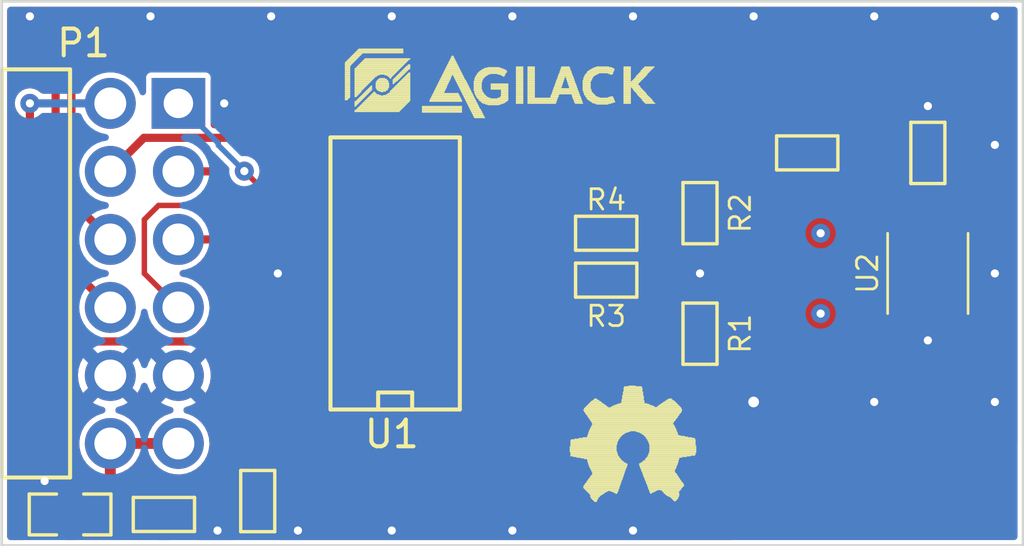
<source format=kicad_pcb>
(kicad_pcb (version 20211014) (generator pcbnew)
  (title_block (title "PMOD - Temperature / Humidity with Si7021") (date "2022-07-14") (rev "1") (company "Agilack") (comment 1 "License: CC-by-SA"))
  (layers (0 "F.Cu" signal) (31 "B.Cu" signal) (34 "B.Paste" user) (35 "F.Paste" user) (36 "B.SilkS" user "B.Silkscreen") (37 "F.SilkS" user "F.Silkscreen") (38 "B.Mask" user) (39 "F.Mask" user) (44 "Edge.Cuts" user))
  (net 0 "")
  (net 1 "PMOD_CTS")
  (net 2 "PMOD_TXD")
  (net 3 "PMOD_RXD")
  (net 4 "PMOD_RTS")
  (net 5 "GND")
  (net 6 "+3.3V")
  (net 7 "RST")
  (net 8 "IRQ")
  (net 11 "+VPMOD")
  (net 12 "SWDIO")
  (net 13 "SWCLK")
  (net 14 "Net-(R3-Pad1)")
  (net 15 "Net-(R4-Pad1)")
  (net 18 "+VSENSOR")
  (net 19 "/SDA")
  (net 20 "/SCL")
  (footprint "pmod-trh:SMD0603" (layer "F.Cu") (at 155.5 107.25 90)
    (fp_text reference "R1" (at 0 1.5 90) (layer "F.SilkS") (effects (font (size 0.762 0.762) (thickness 0.1016))))
    (fp_text value "4,7k" hide)
    (pad "1" smd rect (at -0.762 0 90) (size 0.635 1.143) (layers "F.Cu" "F.Paste" "F.Mask") (net 6 "+3.3V"))
    (pad "2" smd rect (at 0.762 0 90) (size 0.635 1.143) (layers "F.Cu" "F.Paste" "F.Mask") (net 19 "/SDA"))
  )
  (footprint "pmod-trh:logo-agilack-11.5" (layer "F.Cu") (at 148.5 98)
    (fp_text reference "agilack-11.5" hide)
    (fp_text value "450px" hide)
  )
  (footprint "pmod-trh:SMD0805" (layer "F.Cu") (at 132 114 180)
    (fp_text reference "C1" hide)
    (fp_text value "10uF" hide)
    (pad "1" smd rect locked (at -0.9525 0 180) (size 0.889 1.397) (layers "F.Cu" "F.Paste" "F.Mask") (net 11 "+VPMOD"))
    (pad "2" smd rect locked (at 0.9525 0 180) (size 0.889 1.397) (layers "F.Cu" "F.Paste" "F.Mask") (net 5 "GND"))
  )
  (footprint "pmod-trh:TP_SMD" (layer "F.Cu") (at 160 106.5)
    (fp_text reference "TP1" hide)
    (fp_text value "CONN_1" hide)
    (pad "1" smd circle (at 0 0) (size 1.19888 1.19888) (layers "F.Cu" "F.Paste" "F.Mask") (net 19 "/SDA"))
  )
  (footprint "pmod-trh:SMD0603" (layer "F.Cu") (at 164 100.5 90)
    (fp_text reference "C3" hide)
    (fp_text value "100nF" hide)
    (pad "1" smd rect (at -0.762 0 90) (size 0.635 1.143) (layers "F.Cu" "F.Paste" "F.Mask") (net 18 "+VSENSOR"))
    (pad "2" smd rect (at 0.762 0 90) (size 0.635 1.143) (layers "F.Cu" "F.Paste" "F.Mask") (net 5 "GND"))
  )
  (footprint "pmod-trh:SMD0603" (layer "F.Cu") (at 139 113.5 -90)
    (fp_text reference "C2" hide)
    (fp_text value "1uF" hide)
    (pad "1" smd rect (at -0.762 0 270) (size 0.635 1.143) (layers "F.Cu" "F.Paste" "F.Mask") (net 6 "+3.3V"))
    (pad "2" smd rect (at 0.762 0 270) (size 0.635 1.143) (layers "F.Cu" "F.Paste" "F.Mask") (net 5 "GND"))
  )
  (footprint "pmod-trh:SMD0603" (layer "F.Cu") (at 135.5 114)
    (fp_text reference "L1" hide)
    (fp_text value "FB100" hide)
    (pad "1" smd rect locked (at -0.762 0) (size 0.635 1.143) (layers "F.Cu" "F.Paste" "F.Mask") (net 11 "+VPMOD"))
    (pad "2" smd rect locked (at 0.762 0) (size 0.635 1.143) (layers "F.Cu" "F.Paste" "F.Mask") (net 6 "+3.3V"))
  )
  (footprint "pmod-trh:SOIC-14" (layer "F.Cu") (at 144 105 90)
    (fp_text reference "U1" (at -6 0) (layer "F.SilkS"))
    (fp_text value "ATSAMD09C13A" hide)
    (pad "1" smd rect locked (at -3.81 3.302 90) (size 0.508 1.143) (layers "F.Cu" "F.Paste" "F.Mask") (net 2 "PMOD_TXD"))
    (pad "2" smd rect locked (at -2.54 3.302 90) (size 0.508 1.143) (layers "F.Cu" "F.Paste" "F.Mask"))
    (pad "3" smd rect locked (at -1.27 3.302 90) (size 0.508 1.143) (layers "F.Cu" "F.Paste" "F.Mask"))
    (pad "4" smd rect locked (at 0 3.302 90) (size 0.508 1.143) (layers "F.Cu" "F.Paste" "F.Mask") (net 14 "Net-(R3-Pad1)"))
    (pad "5" smd rect locked (at 1.27 3.302 90) (size 0.508 1.143) (layers "F.Cu" "F.Paste" "F.Mask") (net 15 "Net-(R4-Pad1)"))
    (pad "6" smd rect locked (at 2.54 3.302 90) (size 0.508 1.143) (layers "F.Cu" "F.Paste" "F.Mask") (net 7 "RST"))
    (pad "7" smd rect locked (at 3.81 3.302 90) (size 0.508 1.143) (layers "F.Cu" "F.Paste" "F.Mask") (net 13 "SWCLK"))
    (pad "8" smd rect locked (at 3.81 -3.048 90) (size 0.508 1.143) (layers "F.Cu" "F.Paste" "F.Mask") (net 12 "SWDIO"))
    (pad "9" smd rect locked (at 2.54 -3.048 90) (size 0.508 1.143) (layers "F.Cu" "F.Paste" "F.Mask") (net 1 "PMOD_CTS"))
    (pad "10" smd rect locked (at 1.27 -3.048 90) (size 0.508 1.143) (layers "F.Cu" "F.Paste" "F.Mask") (net 4 "PMOD_RTS"))
    (pad "11" smd rect locked (at 0 -3.048 90) (size 0.508 1.143) (layers "F.Cu" "F.Paste" "F.Mask") (net 5 "GND"))
    (pad "12" smd rect locked (at -1.27 -3.048 90) (size 0.508 1.143) (layers "F.Cu" "F.Paste" "F.Mask") (net 6 "+3.3V"))
    (pad "13" smd rect locked (at -2.54 -3.048 90) (size 0.508 1.143) (layers "F.Cu" "F.Paste" "F.Mask") (net 8 "IRQ"))
    (pad "14" smd rect locked (at -3.81 -3.048 90) (size 0.508 1.143) (layers "F.Cu" "F.Paste" "F.Mask") (net 3 "PMOD_RXD"))
  )
  (footprint "pmod-trh:CONN_PMOD-Male" (layer "F.Cu") (at 133.5 105 90)
    (fp_text reference "P1" (at 8.6 -1 180) (layer "F.SilkS"))
    (fp_text value "PMOD")
    (pad "1" thru_hole rect locked (at 6.35 2.54 90) (size 1.9 2) (drill 1.1) (layers *.Cu *.Mask) (net 1 "PMOD_CTS"))
    (pad "2" thru_hole circle locked (at 3.81 2.54 90) (size 1.9 1.9) (drill 1.19) (layers *.Cu *.Mask) (net 2 "PMOD_TXD"))
    (pad "3" thru_hole circle locked (at 1.27 2.54 90) (size 1.9 1.9) (drill 1.19) (layers *.Cu *.Mask) (net 3 "PMOD_RXD"))
    (pad "4" thru_hole circle locked (at -1.27 2.54 90) (size 1.9 1.9) (drill 1.19) (layers *.Cu *.Mask) (net 4 "PMOD_RTS"))
    (pad "5" thru_hole circle locked (at -3.81 2.54 90) (size 1.9 1.9) (drill 1.19) (layers *.Cu *.Mask) (net 5 "GND"))
    (pad "6" thru_hole circle locked (at -6.35 2.54 90) (size 1.9 1.9) (drill 1.19) (layers *.Cu *.Mask) (net 11 "+VPMOD"))
    (pad "7" thru_hole circle locked (at 6.35 0 90) (size 1.9 1.9) (drill 1.19) (layers *.Cu *.Mask) (net 8 "IRQ"))
    (pad "8" thru_hole circle locked (at 3.81 0 90) (size 1.9 1.9) (drill 1.19) (layers *.Cu *.Mask) (net 7 "RST"))
    (pad "9" thru_hole circle locked (at 1.27 0 90) (size 1.9 1.9) (drill 1.19) (layers *.Cu *.Mask) (net 12 "SWDIO"))
    (pad "10" thru_hole circle locked (at -1.27 0 90) (size 1.9 1.9) (drill 1.19) (layers *.Cu *.Mask) (net 13 "SWCLK"))
    (pad "11" thru_hole circle locked (at -3.81 0 90) (size 1.9 1.9) (drill 1.19) (layers *.Cu *.Mask) (net 5 "GND"))
    (pad "12" thru_hole circle locked (at -6.35 0 90) (size 1.9 1.9) (drill 1.19) (layers *.Cu *.Mask) (net 11 "+VPMOD"))
  )
  (footprint "pmod-trh:SMD0603" (layer "F.Cu") (at 152 103.5)
    (fp_text reference "R4" (at 0 -1.25) (layer "F.SilkS") (effects (font (size 0.762 0.762) (thickness 0.1016))))
    (fp_text value "0" hide)
    (pad "1" smd rect (at -0.762 0) (size 0.635 1.143) (layers "F.Cu" "F.Paste" "F.Mask") (net 15 "Net-(R4-Pad1)"))
    (pad "2" smd rect (at 0.762 0) (size 0.635 1.143) (layers "F.Cu" "F.Paste" "F.Mask") (net 20 "/SCL"))
  )
  (footprint "pmod-trh:SMD0603" (layer "F.Cu") (at 159.5 100.5)
    (fp_text reference "L2" hide)
    (fp_text value "FB100" hide)
    (pad "1" smd rect (at -0.762 0) (size 0.635 1.143) (layers "F.Cu" "F.Paste" "F.Mask") (net 6 "+3.3V"))
    (pad "2" smd rect (at 0.762 0) (size 0.635 1.143) (layers "F.Cu" "F.Paste" "F.Mask") (net 18 "+VSENSOR"))
  )
  (footprint "pmod-trh:DFN6" (layer "F.Cu") (at 164 105 90)
    (fp_text reference "U2" (at 0 -2.25 90 unlocked) (layer "F.SilkS") (effects (font (size 0.762 0.762) (thickness 0.1016))))
    (fp_text value "SI7021")
    (pad "1" smd rect locked (at -1.45 -1 90) (size 0.85 0.45) (layers "F.Cu" "F.Paste" "F.Mask") (net 19 "/SDA"))
    (pad "2" smd rect locked (at -1.45 0 90) (size 0.85 0.45) (layers "F.Cu" "F.Paste" "F.Mask") (net 5 "GND"))
    (pad "3" smd rect locked (at -1.45 1 90) (size 0.85 0.45) (layers "F.Cu" "F.Paste" "F.Mask"))
    (pad "4" smd rect locked (at 1.45 1 90) (size 0.85 0.45) (layers "F.Cu" "F.Paste" "F.Mask"))
    (pad "5" smd rect locked (at 1.45 0 90) (size 0.85 0.45) (layers "F.Cu" "F.Paste" "F.Mask") (net 18 "+VSENSOR"))
    (pad "6" smd rect locked (at 1.45 -1 90) (size 0.85 0.45) (layers "F.Cu" "F.Paste" "F.Mask") (net 20 "/SCL"))
    (pad "PAD" smd rect locked (at 0 0 90) (size 1.6 2.5) (layers "F.Cu" "F.Paste" "F.Mask"))
  )
  (footprint "pmod-trh:logo-ohw" (layer "F.Cu") (at 153 111.5)
    (fp_text reference "logo_ohw" hide)
    (fp_text value "VAL**" hide)
  )
  (footprint "pmod-trh:SMD0603" (layer "F.Cu") (at 155.5 102.75 -90)
    (fp_text reference "R2" (at 0 -1.5 90) (layer "F.SilkS") (effects (font (size 0.762 0.762) (thickness 0.1016))))
    (fp_text value "4,7k" hide)
    (pad "1" smd rect (at -0.762 0 270) (size 0.635 1.143) (layers "F.Cu" "F.Paste" "F.Mask") (net 6 "+3.3V"))
    (pad "2" smd rect (at 0.762 0 270) (size 0.635 1.143) (layers "F.Cu" "F.Paste" "F.Mask") (net 20 "/SCL"))
  )
  (footprint "pmod-trh:TP_SMD" (layer "F.Cu") (at 160 103.5)
    (fp_text reference "TP2" hide)
    (fp_text value "CONN_1" hide)
    (pad "1" smd circle (at 0 0) (size 1.19888 1.19888) (layers "F.Cu" "F.Paste" "F.Mask") (net 20 "/SCL"))
  )
  (footprint "pmod-trh:SMD0603" (layer "F.Cu") (at 152 105.25)
    (fp_text reference "R3" (at 0 1.35) (layer "F.SilkS") (effects (font (size 0.762 0.762) (thickness 0.1016))))
    (fp_text value "0" hide)
    (pad "1" smd rect (at -0.762 0) (size 0.635 1.143) (layers "F.Cu" "F.Paste" "F.Mask") (net 14 "Net-(R3-Pad1)"))
    (pad "2" smd rect (at 0.762 0) (size 0.635 1.143) (layers "F.Cu" "F.Paste" "F.Mask") (net 19 "/SDA"))
  )
  (gr_line (start 167.55 115.16) (end 167.55 94.84) (layer "Edge.Cuts") (width 0.1))
  (gr_line (start 129.45 115.16) (end 167.55 115.16) (layer "Edge.Cuts") (width 0.1))
  (gr_line (start 129.45 94.84) (end 167.55 94.84) (layer "Edge.Cuts") (width 0.1))
  (gr_line (start 129.45 115.16) (end 129.45 94.84) (layer "Edge.Cuts") (width 0.1))
  (gr_text "rev1" (at 158.32 114) (layer "F.Cu") (effects (font (size 0.7 0.7) (thickness 0.0762))))
  (gr_text "CC-by-SA" (at 164.25 114) (layer "F.Cu") (effects (font (size 0.7 0.7) (thickness 0.0762))))
  (gr_text "PMOD Sensor T/RH" (at 167.5 112.5) (layer "F.Cu") (effects (font (size 0.7 0.7) (thickness 0.1016)) (justify right)))
  (segment (start 140.952 102.46) (end 139.78 102.46) (width 0.2032) (layer "F.Cu") (net 1))
  (segment (start 139.78 102.46) (end 138.5 101.18) (width 0.2032) (layer "F.Cu") (net 1))
  (via (at 138.5 101.18) (size 0.7112) (drill 0.3048) (layers "F.Cu" "B.Cu") (net 1))
  (segment (start 137.53 100.14) (end 136.04 98.65) (width 0.2032) (layer "B.Cu") (net 1))
  (segment (start 138.5 101.18) (end 137.53 100.21) (width 0.2032) (layer "B.Cu") (net 1))
  (segment (start 137.53 100.21) (end 137.53 100.14) (width 0.2032) (layer "B.Cu") (net 1))
  (segment (start 143.52 104.88) (end 143.52 107.42) (width 0.3048) (layer "F.Cu") (net 2))
  (segment (start 144.91 108.81) (end 147.302 108.81) (width 0.3048) (layer "F.Cu") (net 2))
  (segment (start 139.25 103.09) (end 141.73 103.09) (width 0.3048) (layer "F.Cu") (net 2))
  (segment (start 137.35 101.19) (end 139.25 103.09) (width 0.3048) (layer "F.Cu") (net 2))
  (segment (start 143.52 107.42) (end 144.91 108.81) (width 0.3048) (layer "F.Cu") (net 2))
  (segment (start 136.04 101.19) (end 137.35 101.19) (width 0.3048) (layer "F.Cu") (net 2))
  (segment (start 141.73 103.09) (end 143.52 104.88) (width 0.3048) (layer "F.Cu") (net 2))
  (segment (start 141.726211 104.340089) (end 142.53 105.143878) (width 0.3048) (layer "F.Cu") (net 3))
  (segment (start 142.53 105.143878) (end 142.53 108.07) (width 0.3048) (layer "F.Cu") (net 3))
  (segment (start 138.040089 104.340089) (end 141.726211 104.340089) (width 0.3048) (layer "F.Cu") (net 3))
  (segment (start 141.79 108.81) (end 140.952 108.81) (width 0.3048) (layer "F.Cu") (net 3))
  (segment (start 137.43 103.73) (end 138.040089 104.340089) (width 0.3048) (layer "F.Cu") (net 3))
  (segment (start 136.04 103.73) (end 137.43 103.73) (width 0.3048) (layer "F.Cu") (net 3))
  (segment (start 142.53 108.07) (end 141.79 108.81) (width 0.3048) (layer "F.Cu") (net 3))
  (segment (start 137.25 102.46) (end 135.3 102.46) (width 0.2032) (layer "F.Cu") (net 4))
  (segment (start 134.77 105) (end 136.04 106.27) (width 0.2032) (layer "F.Cu") (net 4))
  (segment (start 140.952 103.73) (end 138.52 103.73) (width 0.2032) (layer "F.Cu") (net 4))
  (segment (start 134.77 102.99) (end 134.77 105) (width 0.2032) (layer "F.Cu") (net 4))
  (segment (start 135.3 102.46) (end 134.77 102.99) (width 0.2032) (layer "F.Cu") (net 4))
  (segment (start 138.52 103.73) (end 137.25 102.46) (width 0.2032) (layer "F.Cu") (net 4))
  (segment (start 131.0475 112.7525) (end 131.05 112.75) (width 0.4064) (layer "F.Cu") (net 5))
  (segment (start 164 106.45) (end 164 107.5) (width 0.4064) (layer "F.Cu") (net 5))
  (segment (start 131.0475 114) (end 131.0475 112.7525) (width 0.4064) (layer "F.Cu") (net 5))
  (segment (start 137.838 114.262) (end 137.5 114.6) (width 0.4064) (layer "F.Cu") (net 5))
  (segment (start 140.162 114.262) (end 140.5 114.6) (width 0.4064) (layer "F.Cu") (net 5))
  (segment (start 139 114.262) (end 137.838 114.262) (width 0.4064) (layer "F.Cu") (net 5))
  (segment (start 139 114.262) (end 140.162 114.262) (width 0.4064) (layer "F.Cu") (net 5))
  (segment (start 140.952 105) (end 139.75 105) (width 0.4064) (layer "F.Cu") (net 5))
  (segment (start 164 99.738) (end 164 98.75) (width 0.4064) (layer "F.Cu") (net 5))
  (via (at 164 98.75) (size 0.7112) (drill 0.3048) (layers "F.Cu" "B.Cu") (net 5))
  (via (at 137.5 114.6) (size 0.7112) (drill 0.3048) (layers "F.Cu" "B.Cu") (net 5))
  (via (at 144 95.4) (size 0.7112) (drill 0.3048) (layers "F.Cu" "B.Cu") (net 5))
  (via (at 130.5 95.4) (size 0.7112) (drill 0.3048) (layers "F.Cu" "B.Cu") (net 5))
  (via (at 131.05 112.75) (size 0.7112) (drill 0.3048) (layers "F.Cu" "B.Cu") (net 5))
  (via (at 148.5 114.6) (size 0.7112) (drill 0.3048) (layers "F.Cu" "B.Cu") (net 5))
  (via (at 166.5 109.8) (size 0.7112) (drill 0.3048) (layers "F.Cu" "B.Cu") (net 5))
  (via (at 137.75 98.65) (size 0.7112) (drill 0.3048) (layers "F.Cu" "B.Cu") (net 5))
  (via (at 157.5 109.8) (size 0.8) (drill 0.4) (layers "F.Cu" "B.Cu") (net 5))
  (via (at 164 107.5) (size 0.7112) (drill 0.3048) (layers "F.Cu" "B.Cu") (net 5))
  (via (at 140.5 114.6) (size 0.7112) (drill 0.3048) (layers "F.Cu" "B.Cu") (net 5))
  (via (at 166.5 100.2) (size 0.7112) (drill 0.3048) (layers "F.Cu" "B.Cu") (net 5))
  (via (at 153 114.6) (size 0.7112) (drill 0.3048) (layers "F.Cu" "B.Cu") (net 5))
  (via (at 166.5 95.4) (size 0.7112) (drill 0.3048) (layers "F.Cu" "B.Cu") (net 5))
  (via (at 162 95.4) (size 0.7112) (drill 0.3048) (layers "F.Cu" "B.Cu") (net 5))
  (via (at 162 109.8) (size 0.7112) (drill 0.3048) (layers "F.Cu" "B.Cu") (net 5))
  (via (at 157.5 95.4) (size 0.7112) (drill 0.3048) (layers "F.Cu" "B.Cu") (net 5))
  (via (at 139.5 95.4) (size 0.7112) (drill 0.3048) (layers "F.Cu" "B.Cu") (net 5))
  (via (at 139.75 105) (size 0.7112) (drill 0.3048) (layers "F.Cu" "B.Cu") (net 5))
  (via (at 144 114.6) (size 0.7112) (drill 0.3048) (layers "F.Cu" "B.Cu") (net 5))
  (via (at 166.5 105) (size 0.7112) (drill 0.3048) (layers "F.Cu" "B.Cu") (net 5))
  (via (at 135 95.4) (size 0.7112) (drill 0.3048) (layers "F.Cu" "B.Cu") (net 5))
  (via (at 148.5 95.4) (size 0.7112) (drill 0.3048) (layers "F.Cu" "B.Cu") (net 5))
  (via (at 153 95.4) (size 0.7112) (drill 0.3048) (layers "F.Cu" "B.Cu") (net 5))
  (via (at 155.5 105) (size 0.7112) (drill 0.3048) (layers "F.Cu" "B.Cu") (net 5))
  (segment (start 164 107.5) (end 164 98.75) (width 0.4064) (layer "B.Cu") (net 5))
  (segment (start 139.75 105) (end 138.53 105) (width 0.4064) (layer "B.Cu") (net 5))
  (segment (start 139.75 100.65) (end 139.75 105) (width 0.4064) (layer "B.Cu") (net 5))
  (segment (start 144 95.4) (end 139.5 95.4) (width 0.4064) (layer "B.Cu") (net 5))
  (segment (start 138.53 105) (end 138.05 105.48) (width 0.4064) (layer "B.Cu") (net 5))
  (segment (start 153 114.6) (end 155.5 112.1) (width 0.4064) (layer "B.Cu") (net 5))
  (segment (start 133.5 108.81) (end 134.77 107.54) (width 0.4064) (layer "B.Cu") (net 5))
  (segment (start 148.5 95.4) (end 144 95.4) (width 0.4064) (layer "B.Cu") (net 5))
  (segment (start 166.5 109.8) (end 162 109.8) (width 0.4064) (layer "B.Cu") (net 5))
  (segment (start 138.06 106.58) (end 138.06 106.79) (width 0.4064) (layer "B.Cu") (net 5))
  (segment (start 153 114.6) (end 148.5 114.6) (width 0.4064) (layer "B.Cu") (net 5))
  (segment (start 138.06 106.79) (end 136.04 108.81) (width 0.4064) (layer "B.Cu") (net 5))
  (segment (start 137.75 98.65) (end 139.75 100.65) (width 0.4064) (layer "B.Cu") (net 5))
  (segment (start 135 95.4) (end 130.5 95.4) (width 0.4064) (layer "B.Cu") (net 5))
  (segment (start 166.5 95.4) (end 162 95.4) (width 0.4064) (layer "B.Cu") (net 5))
  (segment (start 131.05 111.26) (end 133.5 108.81) (width 0.4064) (layer "B.Cu") (net 5))
  (segment (start 136.04 108.81) (end 134.77 107.54) (width 0.4064) (layer "B.Cu") (net 5))
  (segment (start 155.5 111.8) (end 157.5 109.8) (width 0.4064) (layer "B.Cu") (net 5))
  (segment (start 139.5 95.4) (end 135 95.4) (width 0.4064) (layer "B.Cu") (net 5))
  (segment (start 162 109.8) (end 157.5 109.8) (width 0.4064) (layer "B.Cu") (net 5))
  (segment (start 166.5 105) (end 166.5 95.4) (width 0.4064) (layer "B.Cu") (net 5))
  (segment (start 166.5 105) (end 166.5 109.8) (width 0.4064) (layer "B.Cu") (net 5))
  (segment (start 138.05 106.57) (end 138.06 106.58) (width 0.4064) (layer "B.Cu") (net 5))
  (segment (start 162 95.4) (end 157.5 95.4) (width 0.4064) (layer "B.Cu") (net 5))
  (segment (start 155.5 107.5) (end 164 107.5) (width 0.4064) (layer "B.Cu") (net 5))
  (segment (start 157.5 95.4) (end 153 95.4) (width 0.4064) (layer "B.Cu") (net 5))
  (segment (start 140.5 114.6) (end 137.5 114.6) (width 0.4064) (layer "B.Cu") (net 5))
  (segment (start 140.5 114.6) (end 148.5 114.6) (width 0.4064) (layer "B.Cu") (net 5))
  (segment (start 153 95.4) (end 148.5 95.4) (width 0.4064) (layer "B.Cu") (net 5))
  (segment (start 131.05 112.75) (end 131.05 111.26) (width 0.4064) (layer "B.Cu") (net 5))
  (segment (start 138.05 105.48) (end 138.05 106.57) (width 0.4064) (layer "B.Cu") (net 5))
  (segment (start 155.5 112.1) (end 155.5 111.8) (width 0.4064) (layer "B.Cu") (net 5))
  (segment (start 131.05 112.75) (end 138.65 112.75) (width 0.4064) (layer "B.Cu") (net 5))
  (segment (start 138.65 112.75) (end 140.5 114.6) (width 0.4064) (layer "B.Cu") (net 5))
  (segment (start 155.5 107.5) (end 155.5 105) (width 0.4064) (layer "B.Cu") (net 5))
  (segment (start 158.738 100.5) (end 156.31 100.5) (width 0.4064) (layer "F.Cu") (net 6))
  (segment (start 139 112.738) (end 147.262 112.738) (width 0.4064) (layer "F.Cu") (net 6))
  (segment (start 152 102.5) (end 152.5 102) (width 0.4064) (layer "F.Cu") (net 6))
  (segment (start 139 112.738) (end 139 107.21) (width 0.4064) (layer "F.Cu") (net 6))
  (segment (start 152.5 102) (end 155.488 102) (width 0.4064) (layer "F.Cu") (net 6))
  (segment (start 152 108) (end 155.488 108) (width 0.4064) (layer "F.Cu") (net 6))
  (segment (start 138.152 112.738) (end 139 112.738) (width 0.4064) (layer "F.Cu") (net 6))
  (segment (start 155.488 108) (end 155.5 108.012) (width 0.4064) (layer "F.Cu") (net 6))
  (segment (start 147.262 112.738) (end 152 108) (width 0.4064) (layer "F.Cu") (net 6))
  (segment (start 155.5 101.31) (end 155.5 101.988) (width 0.4064) (layer "F.Cu") (net 6))
  (segment (start 136.262 114) (end 136.89 114) (width 0.4064) (layer "F.Cu") (net 6))
  (segment (start 139 107.21) (end 139.94 106.27) (width 0.4064) (layer "F.Cu") (net 6))
  (segment (start 156.31 100.5) (end 155.5 101.31) (width 0.4064) (layer "F.Cu") (net 6))
  (segment (start 139.94 106.27) (end 140.952 106.27) (width 0.4064) (layer "F.Cu") (net 6))
  (segment (start 152 108) (end 152 102.5) (width 0.4064) (layer "F.Cu") (net 6))
  (segment (start 155.488 102) (end 155.5 101.988) (width 0.4064) (layer "F.Cu") (net 6))
  (segment (start 136.89 114) (end 138.152 112.738) (width 0.4064) (layer "F.Cu") (net 6))
  (segment (start 138.405689 99.935689) (end 140.29 101.82) (width 0.3048) (layer "F.Cu") (net 7))
  (segment (start 133.5 101.19) (end 134.754311 99.935689) (width 0.3048) (layer "F.Cu") (net 7))
  (segment (start 142.386122 102.46) (end 147.302 102.46) (width 0.3048) (layer "F.Cu") (net 7))
  (segment (start 140.29 101.82) (end 141.746122 101.82) (width 0.3048) (layer "F.Cu") (net 7))
  (segment (start 141.746122 101.82) (end 142.386122 102.46) (width 0.3048) (layer "F.Cu") (net 7))
  (segment (start 134.754311 99.935689) (end 138.405689 99.935689) (width 0.3048) (layer "F.Cu") (net 7))
  (segment (start 142.04 107.24) (end 142.04 106.08) (width 0.3048) (layer "F.Cu") (net 8))
  (segment (start 130.5 105.29) (end 130.5 98.65) (width 0.3048) (layer "F.Cu") (net 8))
  (segment (start 141.74 107.54) (end 142.04 107.24) (width 0.3048) (layer "F.Cu") (net 8))
  (segment (start 140.952 107.54) (end 141.74 107.54) (width 0.3048) (layer "F.Cu") (net 8))
  (segment (start 142.04 106.08) (end 141.65 105.69) (width 0.3048) (layer "F.Cu") (net 8))
  (segment (start 136.59 107.54) (end 132.75 107.54) (width 0.3048) (layer "F.Cu") (net 8))
  (segment (start 141.65 105.69) (end 138.44 105.69) (width 0.3048) (layer "F.Cu") (net 8))
  (segment (start 138.44 105.69) (end 136.59 107.54) (width 0.3048) (layer "F.Cu") (net 8))
  (segment (start 132.75 107.54) (end 130.5 105.29) (width 0.3048) (layer "F.Cu") (net 8))
  (via (at 130.5 98.65) (size 0.7112) (drill 0.3048) (layers "F.Cu" "B.Cu") (net 8))
  (segment (start 130.5 98.65) (end 133.5 98.65) (width 0.3048) (layer "B.Cu") (net 8))
  (segment (start 133.5 112.6) (end 133.5 111.35) (width 0.4064) (layer "F.Cu") (net 11))
  (segment (start 136.04 111.35) (end 133.5 111.35) (width 0.4064) (layer "F.Cu") (net 11))
  (segment (start 132.9525 113.1475) (end 133.5 112.6) (width 0.4064) (layer "F.Cu") (net 11))
  (segment (start 132.9525 114) (end 134.738 114) (width 0.4064) (layer "F.Cu") (net 11))
  (segment (start 132.9525 114) (end 132.9525 113.1475) (width 0.4064) (layer "F.Cu") (net 11))
  (segment (start 140.952 101.19) (end 140.952 100.702) (width 0.3048) (layer "F.Cu") (net 12))
  (segment (start 140.952 100.702) (end 137.37 97.12) (width 0.3048) (layer "F.Cu") (net 12))
  (segment (start 132.05 102.28) (end 133.5 103.73) (width 0.3048) (layer "F.Cu") (net 12))
  (segment (start 132.05 98.11) (end 132.05 102.28) (width 0.3048) (layer "F.Cu") (net 12))
  (segment (start 133.04 97.12) (end 132.05 98.11) (width 0.3048) (layer "F.Cu") (net 12))
  (segment (start 137.37 97.12) (end 133.04 97.12) (width 0.3048) (layer "F.Cu") (net 12))
  (segment (start 131.46 97.89) (end 131.46 104.23) (width 0.3048) (layer "F.Cu") (net 13))
  (segment (start 142.54 101.19) (end 137.95 96.6) (width 0.3048) (layer "F.Cu") (net 13))
  (segment (start 132.75 96.6) (end 131.46 97.89) (width 0.3048) (layer "F.Cu") (net 13))
  (segment (start 137.95 96.6) (end 132.75 96.6) (width 0.3048) (layer "F.Cu") (net 13))
  (segment (start 131.46 104.23) (end 133.5 106.27) (width 0.3048) (layer "F.Cu") (net 13))
  (segment (start 147.302 101.19) (end 142.54 101.19) (width 0.3048) (layer "F.Cu") (net 13))
  (segment (start 149.03 105.25) (end 151.238 105.25) (width 0.4064) (layer "F.Cu") (net 14))
  (segment (start 147.302 105) (end 148.78 105) (width 0.4064) (layer "F.Cu") (net 14))
  (segment (start 148.78 105) (end 149.03 105.25) (width 0.4064) (layer "F.Cu") (net 14))
  (segment (start 149.05 103.5) (end 151.238 103.5) (width 0.4064) (layer "F.Cu") (net 15))
  (segment (start 148.82 103.73) (end 149.05 103.5) (width 0.4064) (layer "F.Cu") (net 15))
  (segment (start 147.302 103.73) (end 148.82 103.73) (width 0.4064) (layer "F.Cu") (net 15))
  (segment (start 164 101.262) (end 164 103.55) (width 0.4064) (layer "F.Cu") (net 18))
  (segment (start 162.382 101.262) (end 161.62 100.5) (width 0.4064) (layer "F.Cu") (net 18))
  (segment (start 164 101.262) (end 162.382 101.262) (width 0.4064) (layer "F.Cu") (net 18))
  (segment (start 161.62 100.5) (end 160.262 100.5) (width 0.4064) (layer "F.Cu") (net 18))
  (segment (start 162.68 107.5) (end 163 107.18) (width 0.4064) (layer "F.Cu") (net 19))
  (segment (start 155.5 106.488) (end 155.512 106.5) (width 0.3048) (layer "F.Cu") (net 19))
  (segment (start 160 106.5) (end 161 107.5) (width 0.4064) (layer "F.Cu") (net 19))
  (segment (start 161 107.5) (end 162.68 107.5) (width 0.4064) (layer "F.Cu") (net 19))
  (segment (start 155.512 106.5) (end 160 106.5) (width 0.4064) (layer "F.Cu") (net 19))
  (segment (start 152.762 105.25) (end 153.48 105.25) (width 0.4064) (layer "F.Cu") (net 19))
  (segment (start 153.48 105.25) (end 154.718 106.488) (width 0.4064) (layer "F.Cu") (net 19))
  (segment (start 163 107.18) (end 163 106.45) (width 0.4064) (layer "F.Cu") (net 19))
  (segment (start 155.5 106.488) (end 154.718 106.488) (width 0.4064) (layer "F.Cu") (net 19))
  (via (at 160 106.5) (size 0.7112) (drill 0.3048) (layers "F.Cu" "B.Cu") (net 19))
  (segment (start 160 103.5) (end 155.512 103.5) (width 0.4064) (layer "F.Cu") (net 20))
  (segment (start 161 102.5) (end 160 103.5) (width 0.4064) (layer "F.Cu") (net 20))
  (segment (start 163 102.77) (end 163 103.55) (width 0.4064) (layer "F.Cu") (net 20))
  (segment (start 155.5 103.512) (end 152.774 103.512) (width 0.4064) (layer "F.Cu") (net 20))
  (segment (start 152.774 103.512) (end 152.762 103.5) (width 0.4064) (layer "F.Cu") (net 20))
  (segment (start 155.512 103.5) (end 155.5 103.512) (width 0.4064) (layer "F.Cu") (net 20))
  (segment (start 161 102.5) (end 162.73 102.5) (width 0.4064) (layer "F.Cu") (net 20))
  (segment (start 162.73 102.5) (end 163 102.77) (width 0.4064) (layer "F.Cu") (net 20))
  (via (at 160 103.5) (size 0.7112) (drill 0.3048) (layers "F.Cu" "B.Cu") (net 20))
  (zone (net 5) (net_name "GND") (layer "F.Cu") (connect_pads (clearance 0.2032)) (min_thickness 0.254) (fill yes (thermal_gap 0.254) (thermal_bridge_width 0.508))
    (polygon (pts (xy 167.55 111.82) (xy 157 111.82) (xy 157 115.16) (xy 129.45 115.16) (xy 129.45 94.84) (xy 167.55 94.84)))
  )
  (zone (net 5) (net_name "GND") (layer "B.Cu") (connect_pads (clearance 0.2032)) (min_thickness 0.254) (fill yes (thermal_gap 0.254) (thermal_bridge_width 0.508))
    (polygon (pts (xy 167.55 115.16) (xy 129.45 115.16) (xy 129.45 94.84) (xy 167.55 94.84)))
  )
)
</source>
